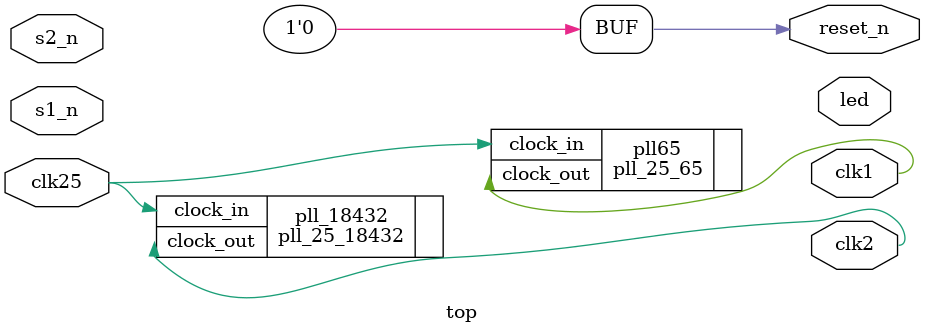
<source format=v>
`default_nettype none

module top (
    input   wire        clk25,
    input   wire        s1_n,
    input   wire        s2_n,
    output  wire        reset_n,
    output  wire        clk1,
    output  wire        clk2,
    output  wire [7:0]  led
    );

    // use one PLL to generate 65MHZ from 25MHZ
    pll_25_65 pll65 (.clock_in(clk25), .clock_out(clk1));

    // use a second PLL to generate 18.432MHZ from 25MHZ
    pll_25_18432 pll_18432 (.clock_in(clk25), .clock_out(clk2));

    // this is not related but can be useful to prevent an unused
    // 2067-Z8S180 (Nouveau) board from trying to wake up if one
    // happens to be connected when running this test.
    assign reset_n = 0;

endmodule

</source>
